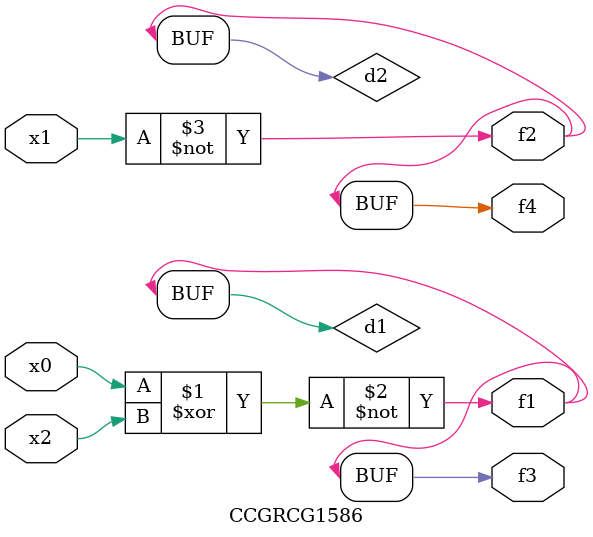
<source format=v>
module CCGRCG1586(
	input x0, x1, x2,
	output f1, f2, f3, f4
);

	wire d1, d2, d3;

	xnor (d1, x0, x2);
	nand (d2, x1);
	nor (d3, x1, x2);
	assign f1 = d1;
	assign f2 = d2;
	assign f3 = d1;
	assign f4 = d2;
endmodule

</source>
